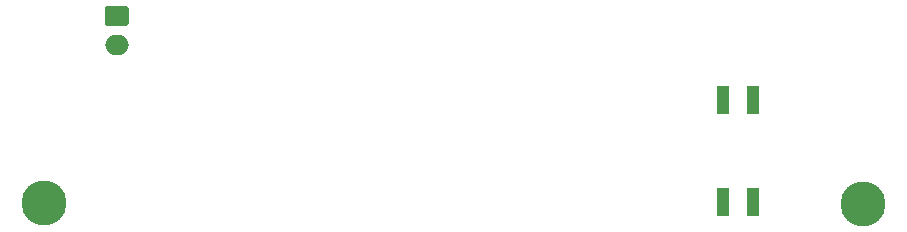
<source format=gbr>
G04 #@! TF.GenerationSoftware,KiCad,Pcbnew,(5.1.5-0-10_14)*
G04 #@! TF.CreationDate,2020-09-24T22:32:45+08:00*
G04 #@! TF.ProjectId,CC,43432e6b-6963-4616-945f-706362585858,rev?*
G04 #@! TF.SameCoordinates,Original*
G04 #@! TF.FileFunction,Soldermask,Bot*
G04 #@! TF.FilePolarity,Negative*
%FSLAX46Y46*%
G04 Gerber Fmt 4.6, Leading zero omitted, Abs format (unit mm)*
G04 Created by KiCad (PCBNEW (5.1.5-0-10_14)) date 2020-09-24 22:32:45*
%MOMM*%
%LPD*%
G04 APERTURE LIST*
%ADD10C,0.100000*%
%ADD11O,2.000000X1.700000*%
%ADD12R,1.120000X2.440000*%
%ADD13C,3.800000*%
G04 APERTURE END LIST*
D10*
G36*
X39704504Y-34471204D02*
G01*
X39728773Y-34474804D01*
X39752571Y-34480765D01*
X39775671Y-34489030D01*
X39797849Y-34499520D01*
X39818893Y-34512133D01*
X39838598Y-34526747D01*
X39856777Y-34543223D01*
X39873253Y-34561402D01*
X39887867Y-34581107D01*
X39900480Y-34602151D01*
X39910970Y-34624329D01*
X39919235Y-34647429D01*
X39925196Y-34671227D01*
X39928796Y-34695496D01*
X39930000Y-34720000D01*
X39930000Y-35920000D01*
X39928796Y-35944504D01*
X39925196Y-35968773D01*
X39919235Y-35992571D01*
X39910970Y-36015671D01*
X39900480Y-36037849D01*
X39887867Y-36058893D01*
X39873253Y-36078598D01*
X39856777Y-36096777D01*
X39838598Y-36113253D01*
X39818893Y-36127867D01*
X39797849Y-36140480D01*
X39775671Y-36150970D01*
X39752571Y-36159235D01*
X39728773Y-36165196D01*
X39704504Y-36168796D01*
X39680000Y-36170000D01*
X38180000Y-36170000D01*
X38155496Y-36168796D01*
X38131227Y-36165196D01*
X38107429Y-36159235D01*
X38084329Y-36150970D01*
X38062151Y-36140480D01*
X38041107Y-36127867D01*
X38021402Y-36113253D01*
X38003223Y-36096777D01*
X37986747Y-36078598D01*
X37972133Y-36058893D01*
X37959520Y-36037849D01*
X37949030Y-36015671D01*
X37940765Y-35992571D01*
X37934804Y-35968773D01*
X37931204Y-35944504D01*
X37930000Y-35920000D01*
X37930000Y-34720000D01*
X37931204Y-34695496D01*
X37934804Y-34671227D01*
X37940765Y-34647429D01*
X37949030Y-34624329D01*
X37959520Y-34602151D01*
X37972133Y-34581107D01*
X37986747Y-34561402D01*
X38003223Y-34543223D01*
X38021402Y-34526747D01*
X38041107Y-34512133D01*
X38062151Y-34499520D01*
X38084329Y-34489030D01*
X38107429Y-34480765D01*
X38131227Y-34474804D01*
X38155496Y-34471204D01*
X38180000Y-34470000D01*
X39680000Y-34470000D01*
X39704504Y-34471204D01*
G37*
D11*
X38930000Y-37820000D03*
D12*
X92770000Y-42445000D03*
X90230000Y-51055000D03*
X90230000Y-42445000D03*
X92770000Y-51055000D03*
D13*
X102130000Y-51250000D03*
X32760000Y-51170000D03*
M02*

</source>
